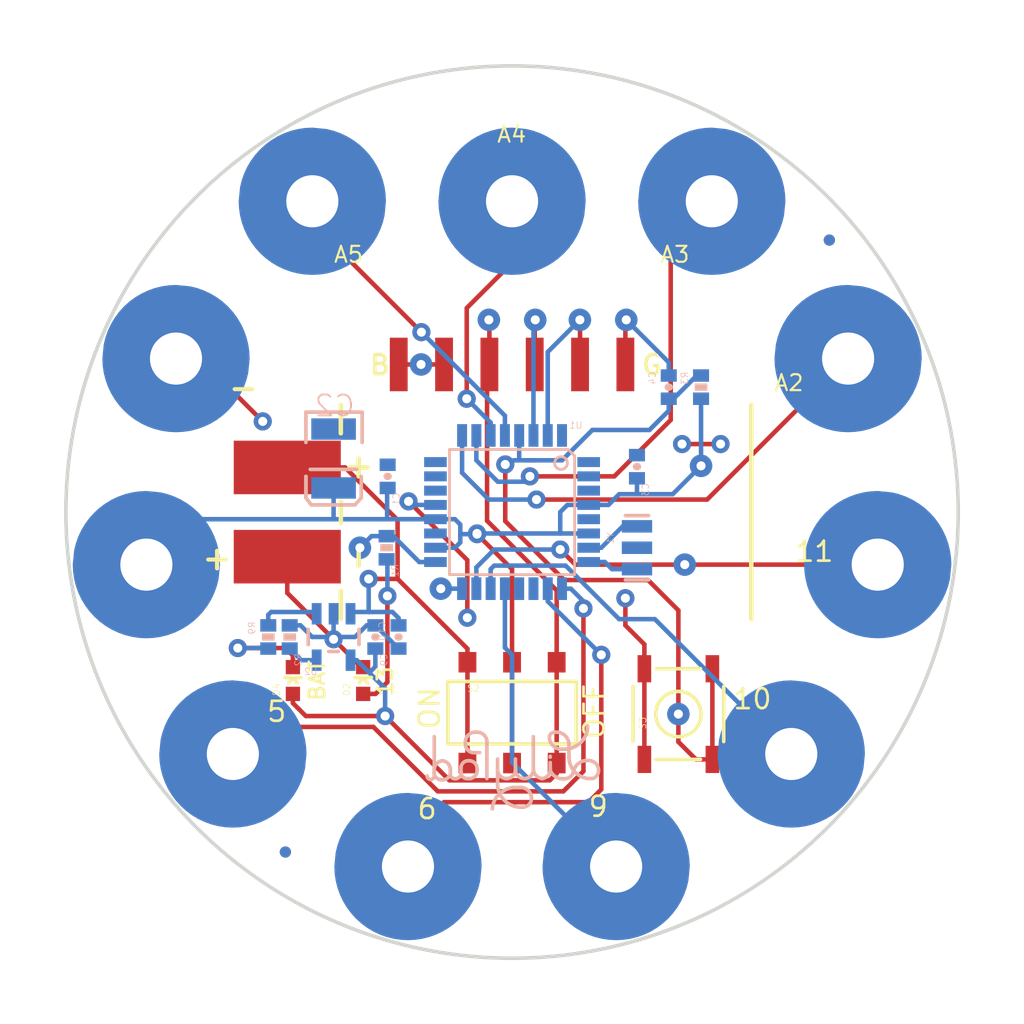
<source format=kicad_pcb>
(kicad_pcb (version 20211014) (generator pcbnew)
  (layers (0 "F.Cu" signal) (31 "B.Cu" signal) (34 "B.Paste" user) (35 "F.Paste" user) (36 "B.SilkS" user "B.Silkscreen") (37 "F.SilkS" user "F.Silkscreen") (38 "B.Mask" user) (39 "F.Mask" user) (44 "Edge.Cuts" user))
  (net 0 "")
  (net 1 "GND")
  (net 2 "VCC")
  (net 3 "RST")
  (net 4 "D11")
  (net 5 "D13")
  (net 6 "D12")
  (net 7 "RXI")
  (net 8 "TXO")
  (net 9 "D5")
  (net 10 "N$2")
  (net 11 "D9")
  (net 12 "N$1")
  (net 13 "N$3")
  (net 14 "DTR")
  (net 15 "D6")
  (net 16 "D10")
  (net 17 "VBATT")
  (net 18 "N$8")
  (net 19 "FTDI_VCC")
  (net 20 "A2")
  (net 21 "A3")
  (net 22 "A4")
  (net 23 "A5")
  (net 24 "STAT")
  (net 25 "PROG")
  (footprint "boardEagle:1X06-SMD" (layer "F.Cu") (at 148.5011 91.7336 180)
    (fp_text reference "JP2" hide)
    (fp_text value "" hide)
  )
  (footprint "boardEagle:MICRO-FIDUCIAL" (layer "F.Cu") (at 135.8011 124.0536)
    (fp_text reference "JP14" hide)
    (fp_text value "FIDUCIALUFIDUCIAL" hide)
  )
  (footprint "boardEagle:LED-0603" (layer "F.Cu") (at 140.1581 114.4436)
    (fp_text reference "D2")
    (fp_text value "Status")
  )
  (footprint "boardEagle:MICRO-FIDUCIAL" (layer "F.Cu") (at 166.2811 89.7636)
    (fp_text reference "JP1" hide)
    (fp_text value "FIDUCIALUFIDUCIAL" hide)
  )
  (footprint "boardEagle:LIPO-110-TABS" (layer "F.Cu") (at 150.4061 105.0036 90)
    (fp_text reference "BAT1" hide)
    (fp_text value "" hide)
  )
  (footprint "boardEagle:TACTILE_SWITCH_SMD" (layer "F.Cu") (at 157.8211 116.3236 90)
    (fp_text reference "S3")
    (fp_text value "Reset")
  )
  (footprint "boardEagle:LED-0603" (layer "F.Cu") (at 136.2211 114.4436)
    (fp_text reference "D4")
    (fp_text value "Yellow")
  )
  (footprint "boardEagle:AYZ0202" (layer "F.Cu") (at 148.5011 116.2436)
    (fp_text reference "S2")
    (fp_text value "On/Off")
  )
  (footprint "boardEagle:PAD.03X.05" (layer "B.Cu") (at 154.9011 94.2336 180)
    (fp_text reference "TP-DTR0" hide)
    (fp_text value "" hide)
  )
  (footprint "boardEagle:SNAP-FEMALE" (layer "B.Cu") (at 137.3093 87.5888 180)
    (fp_text reference "JP6" hide)
    (fp_text value "M01SNAP-FEMALE_LARGE" hide)
  )
  (footprint "boardEagle:0402-CAP" (layer "B.Cu") (at 157.2811 98.0036 -90)
    (fp_text reference "C4")
    (fp_text value "0.1uF")
  )
  (footprint "boardEagle:0402-RES" (layer "B.Cu") (at 141.4711 107.0036 90)
    (fp_text reference "R1")
    (fp_text value "330")
  )
  (footprint "boardEagle:PAD.03X.05" (layer "B.Cu") (at 147.2011 94.2336 180)
    (fp_text reference "TP-FTDI_VCC0" hide)
    (fp_text value "" hide)
  )
  (footprint "boardEagle:SNAP-FEMALE" (layer "B.Cu") (at 142.669 124.8661 180)
    (fp_text reference "JP8" hide)
    (fp_text value "M01SNAP-FEMALE_LARGE" hide)
  )
  (footprint "boardEagle:SNAP-FEMALE" (layer "B.Cu") (at 148.5011 87.5888 180)
    (fp_text reference "JP5" hide)
    (fp_text value "M01SNAP-FEMALE_LARGE" hide)
  )
  (footprint "boardEagle:PAD.03X.05" (layer "B.Cu") (at 149.8011 94.2336 180)
    (fp_text reference "TP-RX0" hide)
    (fp_text value "" hide)
  )
  (footprint "boardEagle:0402-CAP" (layer "B.Cu") (at 142.1411 112.0036 -90)
    (fp_text reference "C10")
    (fp_text value "4.7uF")
  )
  (footprint "boardEagle:RESONATOR-SMD" (layer "B.Cu") (at 155.5011 107.0036 -90)
    (fp_text reference "Y1")
    (fp_text value "8MHz")
  )
  (footprint "boardEagle:SNAP-FEMALE" (layer "B.Cu") (at 167.3314 96.4041 180)
    (fp_text reference "JP3" hide)
    (fp_text value "M01SNAP-FEMALE_LARGE" hide)
  )
  (footprint "boardEagle:TQFP32-08" (layer "B.Cu") (at 148.5011 105.0036 180)
    (fp_text reference "U1")
    (fp_text value "ATMEGA328")
  )
  (footprint "boardEagle:PAD.03X.05" (layer "B.Cu") (at 157.8211 116.3236 180)
    (fp_text reference "PP-RST0" hide)
    (fp_text value "" hide)
  )
  (footprint "boardEagle:0402-RES" (layer "B.Cu") (at 134.8411 112.0036 -90)
    (fp_text reference "R9")
    (fp_text value "330")
  )
  (footprint "boardEagle:PAD.03X.05" (layer "B.Cu") (at 158.1772 107.9497 180)
    (fp_text reference "PP-MOSI0" hide)
    (fp_text value "" hide)
  )
  (footprint "boardEagle:SNAP-FEMALE" (layer "B.Cu") (at 128.0108 107.9497 180)
    (fp_text reference "JP12" hide)
    (fp_text value "M01SNAP-FEMALE_LARGE" hide)
  )
  (footprint "boardEagle:0402-CAP" (layer "B.Cu") (at 141.5311 103.0036 90)
    (fp_text reference "C1")
    (fp_text value "0.1uF")
  )
  (footprint "boardEagle:0402-CAP" (layer "B.Cu") (at 140.8411 112.0036 90)
    (fp_text reference "C9")
    (fp_text value "4.7uF")
  )
  (footprint "boardEagle:SOT23-5" (layer "B.Cu") (at 138.5011 112.0036)
    (fp_text reference "U2")
    (fp_text value "MCP73831")
  )
  (footprint "boardEagle:SNAP-FEMALE" (layer "B.Cu") (at 132.8563 118.5599 180)
    (fp_text reference "JP7" hide)
    (fp_text value "M01SNAP-FEMALE_LARGE" hide)
  )
  (footprint "boardEagle:0402-CAP" (layer "B.Cu") (at 155.5011 102.4636 90)
    (fp_text reference "C3")
    (fp_text value "1.0uF")
  )
  (footprint "boardEagle:0402-RES" (layer "B.Cu") (at 136.0411 112.0036 90)
    (fp_text reference "R2")
    (fp_text value "10k")
  )
  (footprint "boardEagle:MICRO-FIDUCIAL" (layer "B.Cu") (at 166.2811 89.7636 180)
    (fp_text reference "JP16" hide)
    (fp_text value "FIDUCIALUFIDUCIAL" hide)
  )
  (footprint "boardEagle:PAD.03X.05" (layer "B.Cu") (at 139.9751 107.0036)
    (fp_text reference "PP-SCK0" hide)
    (fp_text value "" hide)
  )
  (footprint "boardEagle:SNAP-FEMALE" (layer "B.Cu") (at 154.3332 124.8661 180)
    (fp_text reference "JP9" hide)
    (fp_text value "M01SNAP-FEMALE_LARGE" hide)
  )
  (footprint "boardEagle:PAD.03X.05" (layer "B.Cu") (at 159.0911 102.4136 180)
    (fp_text reference "PP-VCC0" hide)
    (fp_text value "" hide)
  )
  (footprint "boardEagle:LOGO-LILYPAD" (layer "B.Cu") (at 148.5011 118.9736 180)
    (fp_text reference "U$2" hide)
    (fp_text value "LOGO-LPLP" hide)
  )
  (footprint "boardEagle:PAD.03X.05" (layer "B.Cu") (at 143.4011 96.7336 180)
    (fp_text reference "PP-GND0" hide)
    (fp_text value "" hide)
  )
  (footprint "boardEagle:SNAP-FEMALE" (layer "B.Cu") (at 159.6929 87.5888 180)
    (fp_text reference "JP4" hide)
    (fp_text value "M01SNAP-FEMALE_LARGE" hide)
  )
  (footprint "boardEagle:SNAP-FEMALE" (layer "B.Cu") (at 164.1459 118.5599 180)
    (fp_text reference "JP10" hide)
    (fp_text value "M01SNAP-FEMALE_LARGE" hide)
  )
  (footprint "boardEagle:SNAP-FEMALE" (layer "B.Cu") (at 129.6708 96.4041 180)
    (fp_text reference "JP13" hide)
    (fp_text value "M01SNAP-FEMALE_LARGE" hide)
  )
  (footprint "boardEagle:PAD.03X.05" (layer "B.Cu") (at 144.5085 109.2962)
    (fp_text reference "PP-MISO0" hide)
    (fp_text value "" hide)
  )
  (footprint "boardEagle:EIA3528" (layer "B.Cu") (at 138.5011 102.0036 -90)
    (fp_text reference "C2")
    (fp_text value "47uF")
  )
  (footprint "boardEagle:SNAP-FEMALE" (layer "B.Cu") (at 168.9914 107.9497 180)
    (fp_text reference "JP11" hide)
    (fp_text value "M01SNAP-FEMALE_LARGE" hide)
  )
  (footprint "boardEagle:0402-RES" (layer "B.Cu") (at 159.0911 98.0036 -90)
    (fp_text reference "R3")
    (fp_text value "10K")
  )
  (footprint "boardEagle:MICRO-FIDUCIAL" (layer "B.Cu") (at 135.8011 124.0536 180)
    (fp_text reference "JP15" hide)
    (fp_text value "FIDUCIALUFIDUCIAL" hide)
  )
  (footprint "boardEagle:PAD.03X.05" (layer "B.Cu") (at 152.3011 94.2336 90)
    (fp_text reference "TP-TX0" hide)
    (fp_text value "" hide)
  )
  (gr_circle (center 148.5011 105.0036) (end 173.5011 105.0036) (layer "Edge.Cuts") (width 0.2032) (fill none))
  (gr_text "BAT" (at 138.0871 115.6716 90) (layer "F.SilkS") (effects (font (size 0.8636 0.8636) (thickness 0.1524)) (justify left bottom)))
  (gr_text "+" (at 131.0171 108.3306) (layer "F.SilkS") (effects (font (size 1.2954 1.2954) (thickness 0.2286)) (justify left bottom)))
  (gr_text "A4" (at 147.5941 84.3646) (layer "F.SilkS") (effects (font (size 0.89408 0.89408) (thickness 0.12192)) (justify left bottom)))
  (gr_text "ON" (at 144.5281 117.2626 90) (layer "F.SilkS") (effects (font (size 1.1176 1.1176) (thickness 0.1524)) (justify left bottom)))
  (gr_text "OFF" (at 153.7661 117.8166 90) (layer "F.SilkS") (effects (font (size 1.1176 1.1176) (thickness 0.1524)) (justify left bottom)))
  (gr_text "13" (at 141.8971 115.4176 90) (layer "F.SilkS") (effects (font (size 0.8636 0.8636) (thickness 0.1524)) (justify left bottom)))
  (gr_text "-" (at 132.4991 98.7806) (layer "F.SilkS") (effects (font (size 1.2954 1.2954) (thickness 0.2286)) (justify left bottom)))
  (gr_text "G" (at 155.6711 97.3936) (layer "F.SilkS") (effects (font (size 1.0795 1.0795) (thickness 0.1905)) (justify left bottom)))
  (gr_text "9" (at 152.7001 122.1616) (layer "F.SilkS") (effects (font (size 1.1176 1.1176) (thickness 0.1524)) (justify left bottom)))
  (gr_text "A3" (at 156.7381 91.0956) (layer "F.SilkS") (effects (font (size 0.89408 0.89408) (thickness 0.12192)) (justify left bottom)))
  (gr_text "A2" (at 163.1321 98.2856) (layer "F.SilkS") (effects (font (size 0.89408 0.89408) (thickness 0.12192)) (justify left bottom)))
  (gr_text "5" (at 134.6811 116.8426) (layer "F.SilkS") (effects (font (size 1.1176 1.1176) (thickness 0.1524)) (justify left bottom)))
  (gr_text "10" (at 160.8081 116.1346) (layer "F.SilkS") (effects (font (size 1.1176 1.1176) (thickness 0.1524)) (justify left bottom)))
  (gr_text "6" (at 143.1081 122.2886) (layer "F.SilkS") (effects (font (size 1.1176 1.1176) (thickness 0.1524)) (justify left bottom)))
  (gr_text "11" (at 164.2731 107.8696) (layer "F.SilkS") (effects (font (size 1.1176 1.1176) (thickness 0.1524)) (justify left bottom)))
  (gr_text "A5" (at 138.4501 91.0956) (layer "F.SilkS") (effects (font (size 0.89408 0.89408) (thickness 0.12192)) (justify left bottom)))
  (gr_text "B" (at 140.4311 97.3936) (layer "F.SilkS") (effects (font (size 1.0795 1.0795) (thickness 0.1905)) (justify left bottom)))
  (segment (start 135.9061 109.5356) (end 138.5011 112.1306) (width 0.254) (layer "F.Cu") (net 1))
  (segment (start 134.5311 99.9236) (end 131.0116 96.4041) (width 0.254) (layer "F.Cu") (net 1))
  (segment (start 143.4011 96.7336) (end 144.6911 96.7336) (width 0.254) (layer "F.Cu") (net 1))
  (segment (start 154.8511 111.3536) (end 154.8511 109.8296) (width 0.254) (layer "F.Cu") (net 1))
  (segment (start 143.4011 96.7336) (end 142.1511 96.7336) (width 0.254) (layer "F.Cu") (net 1))
  (segment (start 138.5011 112.1306) (end 140.0641 113.6936) (width 0.254) (layer "F.Cu") (net 1))
  (segment (start 155.9161 112.4186) (end 154.8511 111.3536) (width 0.254) (layer "F.Cu") (net 1))
  (segment (start 135.9061 107.5036) (end 135.9061 109.5356) (width 0.254) (layer "F.Cu") (net 1))
  (segment (start 158.0261 101.1936) (end 160.1851 101.1936) (width 0.254) (layer "F.Cu") (net 1))
  (segment (start 142.7011 104.4036) (end 145.9941 107.6966) (width 0.254) (layer "F.Cu") (net 1))
  (segment (start 140.0641 113.6936) (end 140.1581 113.6936) (width 0.254) (layer "F.Cu") (net 1))
  (segment (start 155.9161 112.4186) (end 155.9161 118.8636) (width 0.254) (layer "F.Cu") (net 1))
  (segment (start 131.0116 96.4041) (end 129.6708 96.4041) (width 0.254) (layer "F.Cu") (net 1))
  (segment (start 145.9941 107.6966) (end 145.9941 110.9246) (width 0.254) (layer "F.Cu") (net 1))
  (via (at 143.4011 96.7336) (size 1.016) (drill 0.508) (layers "F.Cu" "B.Cu") (net 1))
  (via (at 154.8511 109.8296) (size 1.016) (drill 0.508) (layers "F.Cu" "B.Cu") (net 1))
  (via (at 138.5011 112.1306) (size 1.016) (drill 0.508) (layers "F.Cu" "B.Cu") (net 1))
  (via (at 160.1851 101.1936) (size 1.016) (drill 0.508) (layers "F.Cu" "B.Cu") (net 1))
  (via (at 145.9941 110.9246) (size 1.016) (drill 0.508) (layers "F.Cu" "B.Cu") (net 1))
  (via (at 134.5311 99.9236) (size 1.016) (drill 0.508) (layers "F.Cu" "B.Cu") (net 1))
  (via (at 142.7011 104.4036) (size 1.016) (drill 0.508) (layers "F.Cu" "B.Cu") (net 1))
  (via (at 158.0261 101.1936) (size 1.016) (drill 0.508) (layers "F.Cu" "B.Cu") (net 1))
  (segment (start 137.3011 112.0036) (end 136.6511 111.3536) (width 0.254) (layer "B.Cu") (net 1))
  (segment (start 140.8411 111.3536) (end 142.1411 112.6536) (width 0.254) (layer "B.Cu") (net 1))
  (segment (start 142.9011 104.6036) (end 142.7011 104.4036) (width 0.254) (layer "B.Cu") (net 1))
  (segment (start 144.2085 104.6036) (end 142.9011 104.6036) (width 0.254) (layer "B.Cu") (net 1))
  (segment (start 138.4681 112.0036) (end 137.3011 112.0036) (width 0.254) (layer "B.Cu") (net 1))
  (segment (start 136.6511 111.3536) (end 136.0411 111.3536) (width 0.254) (layer "B.Cu") (net 1))
  (segment (start 138.5011 110.7035) (end 138.5011 111.9706) (width 0.254) (layer "B.Cu") (net 1))
  (segment (start 138.4681 112.0036) (end 139.7011 112.0036) (width 0.254) (layer "B.Cu") (net 1))
  (segment (start 139.7011 112.0036) (end 140.3511 111.3536) (width 0.254) (layer "B.Cu") (net 1))
  (segment (start 140.3511 111.3536) (end 140.8411 111.3536) (width 0.254) (layer "B.Cu") (net 1))
  (segment (start 138.5011 111.9706) (end 138.4681 112.0036) (width 0.254) (layer "B.Cu") (net 1))
  (segment (start 148.5011 113.4186) (end 148.5011 119.0686) (width 0.254) (layer "F.Cu") (net 2))
  (segment (start 148.5011 108.2036) (end 148.5011 113.4186) (width 0.254) (layer "F.Cu") (net 2))
  (segment (start 146.5391 106.2416) (end 148.5011 108.2036) (width 0.254) (layer "F.Cu") (net 2))
  (segment (start 146.5391 106.2416) (end 146.5391 106.2036) (width 0.254) (layer "F.Cu") (net 2))
  (via (at 146.5391 106.2036) (size 1.016) (drill 0.508) (layers "F.Cu" "B.Cu") (net 2))
  (via (at 159.0911 102.4136) (size 1.016) (drill 0.508) (layers "F.Cu" "B.Cu") (net 2))
  (via (at 146.5391 106.2416) (size 1.016) (drill 0.508) (layers "F.Cu" "B.Cu") (net 2))
  (segment (start 159.0911 102.4136) (end 159.0911 98.6536) (width 0.254) (layer "B.Cu") (net 2))
  (segment (start 145.6011 106.2736) (end 145.6011 106.7036) (width 0.254) (layer "B.Cu") (net 2))
  (segment (start 152.7937 104.6036) (end 153.9011 104.6036) (width 0.254) (layer "B.Cu") (net 2))
  (segment (start 145.6331 106.2416) (end 145.6011 106.2736) (width 0.254) (layer "B.Cu") (net 2))
  (segment (start 146.5391 106.2416) (end 145.6331 106.2416) (width 0.254) (layer "B.Cu") (net 2))
  (segment (start 141.5011 105.4036) (end 141.5011 103.6836) (width 0.254) (layer "B.Cu") (net 2))
  (segment (start 144.2085 105.4036) (end 141.5011 105.4036) (width 0.254) (layer "B.Cu") (net 2))
  (segment (start 157.5011 104.0036) (end 159.0911 102.4136) (width 0.254) (layer "B.Cu") (net 2))
  (segment (start 145.6011 106.7036) (end 145.3011 107.0036) (width 0.254) (layer "B.Cu") (net 2))
  (segment (start 151.2011 106.2036) (end 152.7937 106.2036) (width 0.254) (layer "B.Cu") (net 2))
  (segment (start 146.5391 106.2036) (end 151.2011 106.2036) (width 0.254) (layer "B.Cu") (net 2))
  (segment (start 155.5011 104.0036) (end 157.5011 104.0036) (width 0.254) (layer "B.Cu") (net 2))
  (segment (start 145.3011 107.0036) (end 144.2085 107.0036) (width 0.254) (layer "B.Cu") (net 2))
  (segment (start 153.9011 104.6036) (end 154.5011 104.0036) (width 0.254) (layer "B.Cu") (net 2))
  (segment (start 138.5011 105.4036) (end 130.5569 105.4036) (width 0.254) (layer "B.Cu") (net 2))
  (segment (start 145.6011 105.7036) (end 145.3011 105.4036) (width 0.254) (layer "B.Cu") (net 2))
  (segment (start 151.2011 105.0036) (end 151.6011 104.6036) (width 0.254) (layer "B.Cu") (net 2))
  (segment (start 155.5011 104.0036) (end 155.5011 103.1136) (width 0.254) (layer "B.Cu") (net 2))
  (segment (start 141.5011 103.6836) (end 141.5311 103.6536) (width 0.254) (layer "B.Cu") (net 2))
  (segment (start 151.2011 106.2036) (end 151.2011 105.0036) (width 0.254) (layer "B.Cu") (net 2))
  (segment (start 154.5011 104.0036) (end 155.5011 104.0036) (width 0.254) (layer "B.Cu") (net 2))
  (segment (start 141.5011 105.4036) (end 138.5011 105.4036) (width 0.254) (layer "B.Cu") (net 2))
  (segment (start 130.5569 105.4036) (end 128.0108 107.9497) (width 0.254) (layer "B.Cu") (net 2))
  (segment (start 138.5011 105.4036) (end 138.5011 103.6536) (width 0.254) (layer "B.Cu") (net 2))
  (segment (start 151.6011 104.6036) (end 152.7937 104.6036) (width 0.254) (layer "B.Cu") (net 2))
  (segment (start 145.3011 105.4036) (end 144.2085 105.4036) (width 0.254) (layer "B.Cu") (net 2))
  (segment (start 145.6011 106.2736) (end 145.6011 105.7036) (width 0.254) (layer "B.Cu") (net 2))
  (segment (start 151.4221 108.8136) (end 156.1211 108.8136) (width 0.254) (layer "F.Cu") (net 3))
  (segment (start 148.1201 105.5116) (end 151.4221 108.8136) (width 0.254) (layer "F.Cu") (net 3))
  (segment (start 159.7261 118.8636) (end 159.7261 113.7176) (width 0.254) (layer "F.Cu") (net 3))
  (segment (start 158.8051 118.8636) (end 159.7261 118.8636) (width 0.254) (layer "F.Cu") (net 3))
  (segment (start 156.1211 108.8136) (end 157.8211 110.5136) (width 0.254) (layer "F.Cu") (net 3))
  (segment (start 157.8211 116.3236) (end 157.8211 117.8796) (width 0.254) (layer "F.Cu") (net 3))
  (segment (start 157.8211 117.8796) (end 158.8051 118.8636) (width 0.254) (layer "F.Cu") (net 3))
  (segment (start 148.1201 105.5116) (end 148.1201 102.3366) (width 0.254) (layer "F.Cu") (net 3))
  (segment (start 157.8211 110.5136) (end 157.8211 116.3236) (width 0.254) (layer "F.Cu") (net 3))
  (via (at 157.8211 116.3236) (size 1.016) (drill 0.508) (layers "F.Cu" "B.Cu") (net 3))
  (via (at 148.1201 102.3366) (size 1.016) (drill 0.508) (layers "F.Cu" "B.Cu") (net 3))
  (segment (start 156.2011 100.4036) (end 157.2811 99.3236) (width 0.254) (layer "B.Cu") (net 3))
  (segment (start 148.8821 102.1036) (end 148.9011 102.0846) (width 0.254) (layer "B.Cu") (net 3))
  (segment (start 148.3681 102.3366) (end 148.6011 102.1036) (width 0.254) (layer "B.Cu") (net 3))
  (segment (start 148.6011 102.1036) (end 148.8821 102.1036) (width 0.254) (layer "B.Cu") (net 3))
  (segment (start 158.8511 97.3536) (end 159.0911 97.3536) (width 0.254) (layer "B.Cu") (net 3))
  (segment (start 148.9011 102.0846) (end 148.9011 100.711) (width 0.254) (layer "B.Cu") (net 3))
  (segment (start 157.5511 98.6536) (end 158.8511 97.3536) (width 0.254) (layer "B.Cu") (net 3))
  (segment (start 151.3011 102.1036) (end 153.0011 100.4036) (width 0.254) (layer "B.Cu") (net 3))
  (segment (start 157.2811 99.3236) (end 157.2811 98.6536) (width 0.254) (layer "B.Cu") (net 3))
  (segment (start 149.7711 102.1036) (end 151.3011 102.1036) (width 0.254) (layer "B.Cu") (net 3))
  (segment (start 148.1201 102.3366) (end 148.3681 102.3366) (width 0.254) (layer "B.Cu") (net 3))
  (segment (start 157.2811 98.6536) (end 157.5511 98.6536) (width 0.254) (layer "B.Cu") (net 3))
  (segment (start 153.0011 100.4036) (end 156.2011 100.4036) (width 0.254) (layer "B.Cu") (net 3))
  (segment (start 148.8821 102.1036) (end 149.7711 102.1036) (width 0.254) (layer "B.Cu") (net 3))
  (segment (start 149.7711 102.1036) (end 149.2011 102.1036) (width 0.254) (layer "B.Cu") (net 3))
  (segment (start 152.0472 107.9497) (end 151.2011 107.1036) (width 0.254) (layer "F.Cu") (net 4))
  (segment (start 152.0472 107.9497) (end 158.1772 107.9497) (width 0.254) (layer "F.Cu") (net 4))
  (segment (start 158.1772 107.9497) (end 168.9914 107.9497) (width 0.254) (layer "F.Cu") (net 4))
  (via (at 151.2011 107.1036) (size 1.016) (drill 0.508) (layers "F.Cu" "B.Cu") (net 4))
  (via (at 158.1772 107.9497) (size 1.016) (drill 0.508) (layers "F.Cu" "B.Cu") (net 4))
  (segment (start 146.5011 108.1036) (end 146.5011 109.2962) (width 0.254) (layer "B.Cu") (net 4))
  (segment (start 151.2011 107.1036) (end 147.5011 107.1036) (width 0.254) (layer "B.Cu") (net 4))
  (segment (start 147.5011 107.1036) (end 146.5011 108.1036) (width 0.254) (layer "B.Cu") (net 4))
  (via (at 139.9751 107.0036) (size 1.016) (drill 0.508) (layers "F.Cu" "B.Cu") (net 5))
  (segment (start 141.4711 106.3536) (end 141.8511 106.3536) (width 0.254) (layer "B.Cu") (net 5))
  (segment (start 143.3011 107.8036) (end 144.2085 107.8036) (width 0.254) (layer "B.Cu") (net 5))
  (segment (start 140.6251 106.3536) (end 139.9751 107.0036) (width 0.254) (layer "B.Cu") (net 5))
  (segment (start 141.4711 106.3536) (end 140.6251 106.3536) (width 0.254) (layer "B.Cu") (net 5))
  (segment (start 141.8511 106.3536) (end 143.3011 107.8036) (width 0.254) (layer "B.Cu") (net 5))
  (via (at 144.5085 109.2962) (size 1.016) (drill 0.508) (layers "F.Cu" "B.Cu") (net 6))
  (segment (start 144.5085 109.2962) (end 145.7011 109.2962) (width 0.254) (layer "B.Cu") (net 6))
  (segment (start 149.8011 94.2336) (end 149.7711 94.2636) (width 0.254) (layer "F.Cu") (net 7))
  (segment (start 149.7711 94.2636) (end 149.7711 96.7336) (width 0.254) (layer "F.Cu") (net 7))
  (via (at 149.8011 94.2336) (size 1.016) (drill 0.508) (layers "F.Cu" "B.Cu") (net 7))
  (segment (start 149.7011 100.711) (end 149.7011 94.3336) (width 0.254) (layer "B.Cu") (net 7))
  (segment (start 149.7011 94.3336) (end 149.8011 94.2336) (width 0.254) (layer "B.Cu") (net 7))
  (segment (start 152.3111 94.2436) (end 152.3111 96.7336) (width 0.254) (layer "F.Cu") (net 8))
  (segment (start 152.3011 94.2336) (end 152.3111 94.2436) (width 0.254) (layer "F.Cu") (net 8))
  (via (at 152.3011 94.2336) (size 1.016) (drill 0.508) (layers "F.Cu" "B.Cu") (net 8))
  (segment (start 150.5011 96.0336) (end 152.3011 94.2336) (width 0.254) (layer "B.Cu") (net 8))
  (segment (start 150.5011 100.711) (end 150.5011 96.0336) (width 0.254) (layer "B.Cu") (net 8))
  (segment (start 151.3741 120.6546) (end 144.3401 120.6546) (width 0.254) (layer "F.Cu") (net 9))
  (segment (start 134.373 117.0432) (end 132.8563 118.5599) (width 0.254) (layer "F.Cu") (net 9))
  (segment (start 152.5011 110.4036) (end 152.5011 119.5276) (width 0.254) (layer "F.Cu") (net 9))
  (segment (start 140.7287 117.0432) (end 134.373 117.0432) (width 0.254) (layer "F.Cu") (net 9))
  (segment (start 152.5011 119.5276) (end 151.3741 120.6546) (width 0.254) (layer "F.Cu") (net 9))
  (segment (start 144.3401 120.6546) (end 140.7287 117.0432) (width 0.254) (layer "F.Cu") (net 9))
  (via (at 152.5011 110.4036) (size 1.016) (drill 0.508) (layers "F.Cu" "B.Cu") (net 9))
  (segment (start 151.7937 109.2962) (end 152.5011 110.0036) (width 0.254) (layer "B.Cu") (net 9))
  (segment (start 152.5011 110.0036) (end 152.5011 110.4036) (width 0.254) (layer "B.Cu") (net 9))
  (segment (start 151.3011 109.2962) (end 151.7937 109.2962) (width 0.254) (layer "B.Cu") (net 9))
  (segment (start 140.8511 115.1936) (end 140.1581 115.1936) (width 0.254) (layer "F.Cu") (net 10))
  (segment (start 141.5161 109.7026) (end 141.5161 114.5286) (width 0.254) (layer "F.Cu") (net 10))
  (segment (start 141.5161 114.5286) (end 140.8511 115.1936) (width 0.254) (layer "F.Cu") (net 10))
  (via (at 141.5161 109.7026) (size 1.016) (drill 0.508) (layers "F.Cu" "B.Cu") (net 10))
  (segment (start 141.5161 107.6986) (end 141.5161 109.7026) (width 0.254) (layer "B.Cu") (net 10))
  (segment (start 141.4711 107.6536) (end 141.5161 107.6986) (width 0.254) (layer "B.Cu") (net 10))
  (segment (start 148.1011 109.2962) (end 148.1011 112.6036) (width 0.254) (layer "B.Cu") (net 11))
  (segment (start 148.5011 113.0036) (end 148.5011 119.034) (width 0.254) (layer "B.Cu") (net 11))
  (segment (start 148.5011 119.034) (end 154.3332 124.8661) (width 0.254) (layer "B.Cu") (net 11))
  (segment (start 148.1011 112.6036) (end 148.5011 113.0036) (width 0.254) (layer "B.Cu") (net 11))
  (segment (start 152.7937 107.0036) (end 153.5011 107.0036) (width 0.254) (layer "B.Cu") (net 12))
  (segment (start 154.7011 105.8036) (end 155.5011 105.8036) (width 0.254) (layer "B.Cu") (net 12))
  (segment (start 153.5011 107.0036) (end 154.7011 105.8036) (width 0.254) (layer "B.Cu") (net 12))
  (segment (start 154.1011 108.2036) (end 155.5011 108.2036) (width 0.254) (layer "B.Cu") (net 13))
  (segment (start 153.7011 107.8036) (end 154.1011 108.2036) (width 0.254) (layer "B.Cu") (net 13))
  (segment (start 152.7937 107.8036) (end 153.7011 107.8036) (width 0.254) (layer "B.Cu") (net 13))
  (segment (start 154.8511 96.7336) (end 154.8511 94.2836) (width 0.254) (layer "F.Cu") (net 14))
  (segment (start 154.8511 94.2836) (end 154.9011 94.2336) (width 0.254) (layer "F.Cu") (net 14))
  (via (at 154.9011 94.2336) (size 1.016) (drill 0.508) (layers "F.Cu" "B.Cu") (net 14))
  (segment (start 157.2811 96.6136) (end 157.2811 97.3536) (width 0.254) (layer "B.Cu") (net 14))
  (segment (start 154.9011 94.2336) (end 157.2811 96.6136) (width 0.254) (layer "B.Cu") (net 14))
  (segment (start 152.7851 121.2596) (end 144.6911 121.2596) (width 0.254) (layer "F.Cu") (net 15))
  (segment (start 142.669 123.2817) (end 142.669 124.8661) (width 0.254) (layer "F.Cu") (net 15))
  (segment (start 144.6911 121.2596) (end 142.669 123.2817) (width 0.254) (layer "F.Cu") (net 15))
  (segment (start 153.5011 113.0036) (end 153.5011 120.5436) (width 0.254) (layer "F.Cu") (net 15))
  (segment (start 153.5011 120.5436) (end 152.7851 121.2596) (width 0.254) (layer "F.Cu") (net 15))
  (via (at 153.5011 113.0036) (size 1.016) (drill 0.508) (layers "F.Cu" "B.Cu") (net 15))
  (segment (start 150.5011 110.0036) (end 153.5011 113.0036) (width 0.254) (layer "B.Cu") (net 15))
  (segment (start 150.5011 109.2962) (end 150.5011 110.0036) (width 0.254) (layer "B.Cu") (net 15))
  (segment (start 154.5011 111.0036) (end 151.5011 108.0036) (width 0.254) (layer "B.Cu") (net 16))
  (segment (start 156.5011 111.0036) (end 164.0574 118.5599) (width 0.254) (layer "B.Cu") (net 16))
  (segment (start 154.5011 111.0036) (end 156.5011 111.0036) (width 0.254) (layer "B.Cu") (net 16))
  (segment (start 151.5011 108.0036) (end 147.5011 108.0036) (width 0.254) (layer "B.Cu") (net 16))
  (segment (start 147.5011 108.0036) (end 147.3011 108.2036) (width 0.254) (layer "B.Cu") (net 16))
  (segment (start 164.0574 118.5599) (end 164.1459 118.5599) (width 0.254) (layer "B.Cu") (net 16))
  (segment (start 147.3011 108.2036) (end 147.3011 109.2962) (width 0.254) (layer "B.Cu") (net 16))
  (segment (start 142.0871 108.7496) (end 140.4671 108.7496) (width 0.254) (layer "F.Cu") (net 17))
  (segment (start 146.0011 113.4186) (end 146.0011 119.0686) (width 0.254) (layer "F.Cu") (net 17))
  (segment (start 142.0871 105.4476) (end 142.0871 108.7496) (width 0.254) (layer "F.Cu") (net 17))
  (segment (start 142.0871 105.4476) (end 139.1431 102.5036) (width 0.254) (layer "F.Cu") (net 17))
  (segment (start 139.1431 102.5036) (end 135.9061 102.5036) (width 0.254) (layer "F.Cu") (net 17))
  (segment (start 142.0871 108.7496) (end 146.0011 112.6636) (width 0.254) (layer "F.Cu") (net 17))
  (segment (start 146.0011 112.6636) (end 146.0011 113.4186) (width 0.254) (layer "F.Cu") (net 17))
  (via (at 140.4671 108.7496) (size 1.016) (drill 0.508) (layers "F.Cu" "B.Cu") (net 17))
  (segment (start 140.4671 108.7496) (end 140.4671 110.5706) (width 0.254) (layer "B.Cu") (net 17))
  (segment (start 139.551 110.6036) (end 139.4511 110.7035) (width 0.254) (layer "B.Cu") (net 17))
  (segment (start 140.5001 110.6036) (end 141.8011 110.6036) (width 0.254) (layer "B.Cu") (net 17))
  (segment (start 140.4671 110.5706) (end 140.5001 110.6036) (width 0.254) (layer "B.Cu") (net 17))
  (segment (start 140.5001 110.6036) (end 139.551 110.6036) (width 0.254) (layer "B.Cu") (net 17))
  (segment (start 141.8011 110.6036) (end 142.1411 110.9436) (width 0.254) (layer "B.Cu") (net 17))
  (segment (start 142.1411 110.9436) (end 142.1411 111.3536) (width 0.254) (layer "B.Cu") (net 17))
  (segment (start 135.8011 112.6236) (end 134.2771 112.6236) (width 0.254) (layer "F.Cu") (net 18))
  (segment (start 136.2211 113.6936) (end 136.2211 113.0436) (width 0.254) (layer "F.Cu") (net 18))
  (segment (start 134.2771 112.6236) (end 133.1341 112.6236) (width 0.254) (layer "F.Cu") (net 18))
  (segment (start 136.2211 113.0436) (end 135.8011 112.6236) (width 0.254) (layer "F.Cu") (net 18))
  (segment (start 134.2771 112.6236) (end 134.5311 112.6236) (width 0.254) (layer "F.Cu") (net 18))
  (via (at 133.1341 112.6236) (size 1.016) (drill 0.508) (layers "F.Cu" "B.Cu") (net 18))
  (segment (start 134.8111 112.6236) (end 134.8411 112.6536) (width 0.254) (layer "B.Cu") (net 18))
  (segment (start 133.1341 112.6236) (end 134.8111 112.6236) (width 0.254) (layer "B.Cu") (net 18))
  (segment (start 136.9441 116.4336) (end 136.2211 115.7106) (width 0.254) (layer "F.Cu") (net 19))
  (segment (start 147.2311 97.0036) (end 147.2311 96.7336) (width 0.254) (layer "F.Cu") (net 19))
  (segment (start 151.0011 113.4186) (end 151.0011 119.0686) (width 0.254) (layer "F.Cu") (net 19))
  (segment (start 151.0011 119.6486) (end 150.6141 120.0356) (width 0.254) (layer "F.Cu") (net 19))
  (segment (start 150.6141 120.0356) (end 144.9911 120.0356) (width 0.254) (layer "F.Cu") (net 19))
  (segment (start 147.1011 105.4926) (end 151.0011 109.3926) (width 0.254) (layer "F.Cu") (net 19))
  (segment (start 151.0011 109.3926) (end 151.0011 113.4186) (width 0.254) (layer "F.Cu") (net 19))
  (segment (start 144.9911 120.0356) (end 141.3891 116.4336) (width 0.254) (layer "F.Cu") (net 19))
  (segment (start 147.1011 97.1336) (end 147.2311 97.0036) (width 0.254) (layer "F.Cu") (net 19))
  (segment (start 151.0011 119.0686) (end 151.0011 119.6486) (width 0.254) (layer "F.Cu") (net 19))
  (segment (start 147.1011 105.4926) (end 147.1011 97.1336) (width 0.254) (layer "F.Cu") (net 19))
  (segment (start 136.2211 115.7106) (end 136.2211 115.1936) (width 0.254) (layer "F.Cu") (net 19))
  (segment (start 141.3891 116.4336) (end 136.9441 116.4336) (width 0.254) (layer "F.Cu") (net 19))
  (segment (start 147.2311 94.2636) (end 147.2011 94.2336) (width 0.254) (layer "F.Cu") (net 19))
  (segment (start 147.2311 97.0036) (end 147.2311 94.2636) (width 0.254) (layer "F.Cu") (net 19))
  (via (at 141.3891 116.4336) (size 1.016) (drill 0.508) (layers "F.Cu" "B.Cu") (net 19))
  (via (at 147.2011 94.2336) (size 1.016) (drill 0.508) (layers "F.Cu" "B.Cu") (net 19))
  (segment (start 140.5011 114.0036) (end 140.8411 113.6636) (width 0.254) (layer "B.Cu") (net 19))
  (segment (start 139.8012 113.3037) (end 139.4511 113.3037) (width 0.254) (layer "B.Cu") (net 19))
  (segment (start 141.3891 116.4336) (end 141.3891 114.8916) (width 0.254) (layer "B.Cu") (net 19))
  (segment (start 140.8411 113.6636) (end 140.8411 112.6536) (width 0.254) (layer "B.Cu") (net 19))
  (segment (start 141.3891 114.8916) (end 140.5011 114.0036) (width 0.254) (layer "B.Cu") (net 19))
  (segment (start 140.5011 114.0036) (end 139.8012 113.3037) (width 0.254) (layer "B.Cu") (net 19))
  (segment (start 159.4319 104.3036) (end 167.3314 96.4041) (width 0.254) (layer "F.Cu") (net 20))
  (segment (start 149.8711 104.3036) (end 159.4319 104.3036) (width 0.254) (layer "F.Cu") (net 20))
  (via (at 149.8711 104.3036) (size 1.016) (drill 0.508) (layers "F.Cu" "B.Cu") (net 20))
  (segment (start 147.2011 104.3036) (end 149.8711 104.3036) (width 0.254) (layer "B.Cu") (net 20))
  (segment (start 145.7011 102.8036) (end 147.2011 104.3036) (width 0.254) (layer "B.Cu") (net 20))
  (segment (start 145.7011 100.711) (end 145.7011 102.8036) (width 0.254) (layer "B.Cu") (net 20))
  (segment (start 157.3911 89.8906) (end 159.6929 87.5888) (width 0.254) (layer "F.Cu") (net 21))
  (segment (start 154.2311 103.0036) (end 157.3911 99.8436) (width 0.254) (layer "F.Cu") (net 21))
  (segment (start 157.3911 99.8436) (end 157.3911 89.8906) (width 0.254) (layer "F.Cu") (net 21))
  (segment (start 149.5011 103.0036) (end 154.2311 103.0036) (width 0.254) (layer "F.Cu") (net 21))
  (via (at 149.5011 103.0036) (size 1.016) (drill 0.508) (layers "F.Cu" "B.Cu") (net 21))
  (segment (start 149.5011 103.0036) (end 149.2011 103.3036) (width 0.254) (layer "B.Cu") (net 21))
  (segment (start 146.5011 102.1036) (end 146.5011 100.711) (width 0.254) (layer "B.Cu") (net 21))
  (segment (start 147.7011 103.3036) (end 146.5011 102.1036) (width 0.254) (layer "B.Cu") (net 21))
  (segment (start 149.2011 103.3036) (end 147.7011 103.3036) (width 0.254) (layer "B.Cu") (net 21))
  (segment (start 145.9611 98.6536) (end 145.9611 93.5736) (width 0.254) (layer "F.Cu") (net 22))
  (segment (start 148.5011 91.0336) (end 148.5011 87.5888) (width 0.254) (layer "F.Cu") (net 22))
  (segment (start 145.9611 93.5736) (end 148.5011 91.0336) (width 0.254) (layer "F.Cu") (net 22))
  (via (at 145.9611 98.6536) (size 1.016) (drill 0.508) (layers "F.Cu" "B.Cu") (net 22))
  (segment (start 147.3011 100.711) (end 147.3011 99.9936) (width 0.254) (layer "B.Cu") (net 22))
  (segment (start 147.3011 99.9936) (end 145.9611 98.6536) (width 0.254) (layer "B.Cu") (net 22))
  (segment (start 143.4211 94.9236) (end 137.3093 88.8118) (width 0.254) (layer "F.Cu") (net 23))
  (segment (start 137.3093 88.8118) (end 137.3093 87.5888) (width 0.254) (layer "F.Cu") (net 23))
  (via (at 143.4211 94.9236) (size 1.016) (drill 0.508) (layers "F.Cu" "B.Cu") (net 23))
  (segment (start 148.1011 99.6036) (end 143.4211 94.9236) (width 0.254) (layer "B.Cu") (net 23))
  (segment (start 148.1011 100.711) (end 148.1011 99.6036) (width 0.254) (layer "B.Cu") (net 23))
  (segment (start 137.4512 110.6036) (end 135.0011 110.6036) (width 0.254) (layer "B.Cu") (net 24))
  (segment (start 134.8411 110.7636) (end 134.8411 111.3536) (width 0.254) (layer "B.Cu") (net 24))
  (segment (start 137.5511 110.7035) (end 137.4512 110.6036) (width 0.254) (layer "B.Cu") (net 24))
  (segment (start 135.0011 110.6036) (end 134.8411 110.7636) (width 0.254) (layer "B.Cu") (net 24))
  (segment (start 136.0411 112.6536) (end 136.6912 113.3037) (width 0.254) (layer "B.Cu") (net 25))
  (segment (start 136.6912 113.3037) (end 137.5511 113.3037) (width 0.254) (layer "B.Cu") (net 25))
)
</source>
